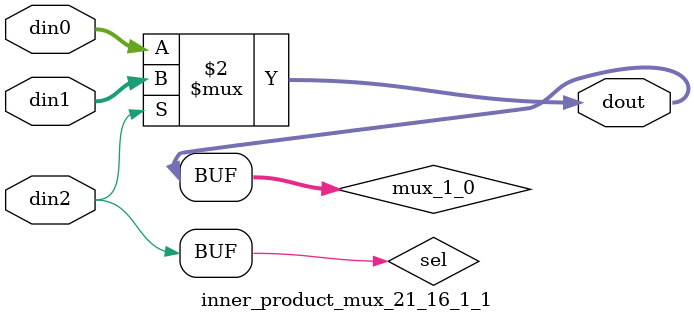
<source format=v>

`timescale 1ns/1ps

module inner_product_mux_21_16_1_1 #(
parameter
    ID                = 0,
    NUM_STAGE         = 1,
    din0_WIDTH       = 32,
    din1_WIDTH       = 32,
    din2_WIDTH         = 32,
    dout_WIDTH            = 32
)(
    input  [15 : 0]     din0,
    input  [15 : 0]     din1,
    input  [0 : 0]    din2,
    output [15 : 0]   dout);

// puts internal signals
wire [0 : 0]     sel;
// level 1 signals
wire [15 : 0]         mux_1_0;

assign sel = din2;

// Generate level 1 logic
assign mux_1_0 = (sel[0] == 0)? din0 : din1;

// output logic
assign dout = mux_1_0;

endmodule

</source>
